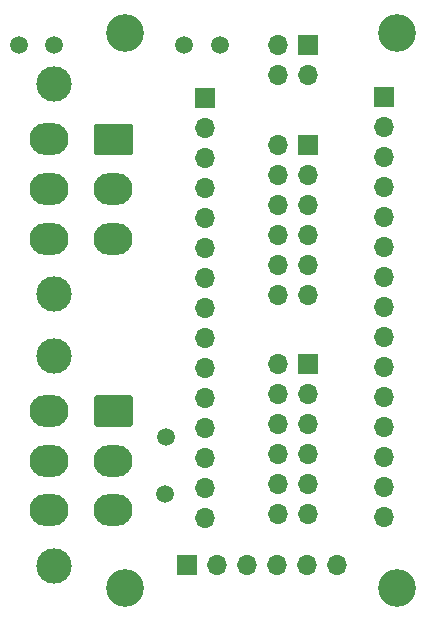
<source format=gbr>
G04 #@! TF.GenerationSoftware,KiCad,Pcbnew,(5.1.9)-1*
G04 #@! TF.CreationDate,2021-11-06T09:49:11-06:00*
G04 #@! TF.ProjectId,ABSIS_Nano,41425349-535f-44e6-916e-6f2e6b696361,1*
G04 #@! TF.SameCoordinates,Original*
G04 #@! TF.FileFunction,Soldermask,Bot*
G04 #@! TF.FilePolarity,Negative*
%FSLAX46Y46*%
G04 Gerber Fmt 4.6, Leading zero omitted, Abs format (unit mm)*
G04 Created by KiCad (PCBNEW (5.1.9)-1) date 2021-11-06 09:49:11*
%MOMM*%
%LPD*%
G01*
G04 APERTURE LIST*
%ADD10C,1.500000*%
%ADD11R,1.700000X1.700000*%
%ADD12O,1.700000X1.700000*%
%ADD13C,3.000000*%
%ADD14O,3.300000X2.700000*%
%ADD15C,3.200000*%
G04 APERTURE END LIST*
D10*
X136182100Y-104825800D03*
X136232900Y-100025200D03*
X126810000Y-66810000D03*
X137810000Y-66810000D03*
X123810000Y-66810000D03*
X140810000Y-66810000D03*
D11*
X148310000Y-66810000D03*
D12*
X145770000Y-66810000D03*
X148310000Y-69350000D03*
X145770000Y-69350000D03*
D13*
X126770000Y-110910000D03*
X126770000Y-93110000D03*
D14*
X126310000Y-106210000D03*
X126310000Y-102010000D03*
X126310000Y-97810000D03*
X131810000Y-106210000D03*
X131810000Y-102010000D03*
G36*
G01*
X130410001Y-96460000D02*
X133209999Y-96460000D01*
G75*
G02*
X133460000Y-96710001I0J-250001D01*
G01*
X133460000Y-98909999D01*
G75*
G02*
X133209999Y-99160000I-250001J0D01*
G01*
X130410001Y-99160000D01*
G75*
G02*
X130160000Y-98909999I0J250001D01*
G01*
X130160000Y-96710001D01*
G75*
G02*
X130410001Y-96460000I250001J0D01*
G01*
G37*
D13*
X126770000Y-87910000D03*
X126770000Y-70110000D03*
D14*
X126310000Y-83210000D03*
X126310000Y-79010000D03*
X126310000Y-74810000D03*
X131810000Y-83210000D03*
X131810000Y-79010000D03*
G36*
G01*
X130410001Y-73460000D02*
X133209999Y-73460000D01*
G75*
G02*
X133460000Y-73710001I0J-250001D01*
G01*
X133460000Y-75909999D01*
G75*
G02*
X133209999Y-76160000I-250001J0D01*
G01*
X130410001Y-76160000D01*
G75*
G02*
X130160000Y-75909999I0J250001D01*
G01*
X130160000Y-73710001D01*
G75*
G02*
X130410001Y-73460000I250001J0D01*
G01*
G37*
D15*
X155810000Y-112810000D03*
X132810000Y-112810000D03*
X155810000Y-65810000D03*
X132810000Y-65810000D03*
D12*
X150710000Y-110810000D03*
X148170000Y-110810000D03*
X145630000Y-110810000D03*
X143090000Y-110810000D03*
X140550000Y-110810000D03*
D11*
X138010000Y-110810000D03*
D12*
X145770000Y-106510000D03*
X148310000Y-106510000D03*
X145770000Y-103970000D03*
X148310000Y-103970000D03*
X145770000Y-101430000D03*
X148310000Y-101430000D03*
X145770000Y-98890000D03*
X148310000Y-98890000D03*
X145770000Y-96350000D03*
X148310000Y-96350000D03*
X145770000Y-93810000D03*
D11*
X148310000Y-93810000D03*
D12*
X145770000Y-88010000D03*
X148310000Y-88010000D03*
X145770000Y-85470000D03*
X148310000Y-85470000D03*
X145770000Y-82930000D03*
X148310000Y-82930000D03*
X145770000Y-80390000D03*
X148310000Y-80390000D03*
X145770000Y-77850000D03*
X148310000Y-77850000D03*
X145770000Y-75310000D03*
D11*
X148310000Y-75310000D03*
D12*
X139547600Y-106883200D03*
X139547600Y-104343200D03*
X139547600Y-101803200D03*
X139547600Y-99263200D03*
X139547600Y-96723200D03*
X139547600Y-94183200D03*
X139547600Y-91643200D03*
X139547600Y-89103200D03*
X139547600Y-86563200D03*
X139547600Y-84023200D03*
X139547600Y-81483200D03*
X139547600Y-78943200D03*
X139547600Y-76403200D03*
X139547600Y-73863200D03*
D11*
X139547600Y-71323200D03*
D12*
X154686000Y-106807000D03*
X154686000Y-104267000D03*
X154686000Y-101727000D03*
X154686000Y-99187000D03*
X154686000Y-96647000D03*
X154686000Y-94107000D03*
X154686000Y-91567000D03*
X154686000Y-89027000D03*
X154686000Y-86487000D03*
X154686000Y-83947000D03*
X154686000Y-81407000D03*
X154686000Y-78867000D03*
X154686000Y-76327000D03*
X154686000Y-73787000D03*
D11*
X154686000Y-71247000D03*
M02*

</source>
